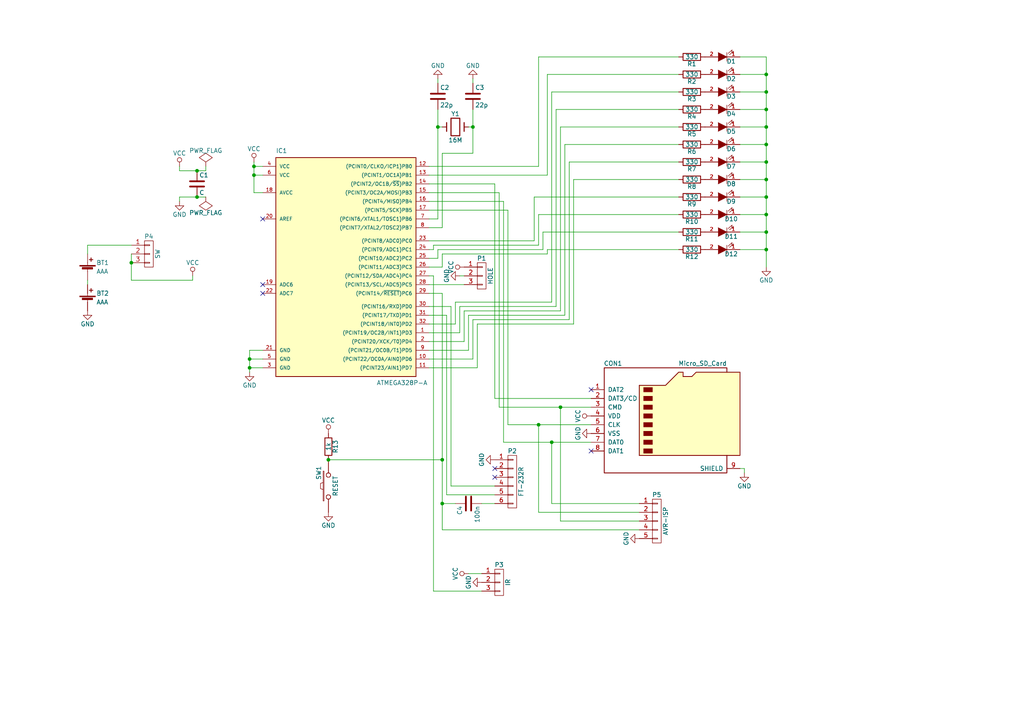
<source format=kicad_sch>
(kicad_sch (version 20230121) (generator eeschema)
  (paper "A4")
  (lib_symbols
    (symbol "verseWriter-rescue:ATMEGA328P-A" (pin_names (offset 1.016))
      (property "Reference" "IC" (at -19.05 31.75 0))
      (property "Value" "ATMEGA328P-A" (at 10.16 -35.56 0))
      (property "Footprint" "TQFP32" (at 0 0 0))
      (symbol "ATMEGA328P-A_0_1"
        (rectangle (start -19.05 30.48) (end 21.59 -33.02) (stroke (width 0.254)) (fill (type background)))
      )
      (symbol "ATMEGA328P-A_1_1"
        (pin bidirectional line (at 25.4 -20.32 180) (length 3.81) (name "(PCINT19/OC2B/INT1)PD3") (number "1"))
        (pin bidirectional line (at 25.4 -27.94 180) (length 3.81) (name "(PCINT22/OC0A/AIN0)PD6") (number "10"))
        (pin bidirectional line (at 25.4 -30.48 180) (length 3.81) (name "(PCINT23/AIN1)PD7") (number "11"))
        (pin bidirectional line (at 25.4 27.94 180) (length 3.81) (name "(PCINT0/CLKO/ICP1)PB0") (number "12"))
        (pin bidirectional line (at 25.4 25.4 180) (length 3.81) (name "(PCINT1/OC1A)PB1") (number "13"))
        (pin bidirectional line (at 25.4 22.86 180) (length 3.81) (name "(PCINT2/OC1B/~{SS})PB2") (number "14"))
        (pin bidirectional line (at 25.4 20.32 180) (length 3.81) (name "(PCINT3/OC2A/MOSI)PB3") (number "15"))
        (pin bidirectional line (at 25.4 17.78 180) (length 3.81) (name "(PCINT4/MISO)PB4") (number "16"))
        (pin bidirectional line (at 25.4 15.24 180) (length 3.81) (name "(PCINT5/SCK)PB5") (number "17"))
        (pin power_in line (at -22.86 20.32 0) (length 3.81) (name "AVCC") (number "18"))
        (pin input line (at -22.86 -6.35 0) (length 3.81) (name "ADC6") (number "19"))
        (pin bidirectional line (at 25.4 -22.86 180) (length 3.81) (name "(PCINT20/XCK/T0)PD4") (number "2"))
        (pin bidirectional line (at -22.86 12.7 0) (length 3.81) (name "AREF") (number "20"))
        (pin power_in line (at -22.86 -25.4 0) (length 3.81) (name "GND") (number "21"))
        (pin input line (at -22.86 -8.89 0) (length 3.81) (name "ADC7") (number "22"))
        (pin bidirectional line (at 25.4 6.35 180) (length 3.81) (name "(PCINT8/ADC0)PC0") (number "23"))
        (pin bidirectional line (at 25.4 3.81 180) (length 3.81) (name "(PCINT9/ADC1)PC1") (number "24"))
        (pin bidirectional line (at 25.4 1.27 180) (length 3.81) (name "(PCINT10/ADC2)PC2") (number "25"))
        (pin bidirectional line (at 25.4 -1.27 180) (length 3.81) (name "(PCINT11/ADC3)PC3") (number "26"))
        (pin bidirectional line (at 25.4 -3.81 180) (length 3.81) (name "(PCINT12/SDA/ADC4)PC4") (number "27"))
        (pin bidirectional line (at 25.4 -6.35 180) (length 3.81) (name "(PCINT13/SCL/ADC5)PC5") (number "28"))
        (pin bidirectional line (at 25.4 -8.89 180) (length 3.81) (name "(PCINT14/~{RESET})PC6") (number "29"))
        (pin power_in line (at -22.86 -30.48 0) (length 3.81) (name "GND") (number "3"))
        (pin bidirectional line (at 25.4 -12.7 180) (length 3.81) (name "(PCINT16/RXD)PD0") (number "30"))
        (pin bidirectional line (at 25.4 -15.24 180) (length 3.81) (name "(PCINT17/TXD)PD1") (number "31"))
        (pin bidirectional line (at 25.4 -17.78 180) (length 3.81) (name "(PCINT18/INT0)PD2") (number "32"))
        (pin power_in line (at -22.86 27.94 0) (length 3.81) (name "VCC") (number "4"))
        (pin power_in line (at -22.86 -27.94 0) (length 3.81) (name "GND") (number "5"))
        (pin power_in line (at -22.86 25.4 0) (length 3.81) (name "VCC") (number "6"))
        (pin bidirectional line (at 25.4 12.7 180) (length 3.81) (name "(PCINT6/XTAL1/TOSC1)PB6") (number "7"))
        (pin bidirectional line (at 25.4 10.16 180) (length 3.81) (name "(PCINT7/XTAL2/TOSC2)PB7") (number "8"))
        (pin bidirectional line (at 25.4 -25.4 180) (length 3.81) (name "(PCINT21/OC0B/T1)PD5") (number "9"))
      )
    )
    (symbol "verseWriter-rescue:Battery_Cell" (pin_numbers hide) (pin_names (offset 0) hide)
      (property "Reference" "BT" (at 2.54 2.54 0))
      (property "Value" "Battery_Cell" (at 2.54 0 0))
      (symbol "Battery_Cell_0_1"
        (rectangle (start -2.286 1.778) (end 2.286 1.524) (fill (type outline)))
        (rectangle (start -1.5748 1.1938) (end 1.4732 0.6858) (fill (type outline)))
        (polyline (pts (xy 0 0.762) (xy 0 0)))
        (polyline (pts (xy 0 1.778) (xy 0 2.54)))
        (polyline (pts (xy 0.508 3.429) (xy 1.524 3.429)) (stroke (width 0.254)))
        (polyline (pts (xy 1.016 3.937) (xy 1.016 2.921)) (stroke (width 0.254)))
      )
      (symbol "Battery_Cell_1_1"
        (pin passive line (at 0 5.08 270) (length 2.54) (name "+") (number "1"))
        (pin passive line (at 0 -2.54 90) (length 2.54) (name "-") (number "2"))
      )
    )
    (symbol "verseWriter-rescue:C" (pin_numbers hide) (pin_names (offset 0.254))
      (property "Reference" "C" (at 0.635 2.54 0))
      (property "Value" "C" (at 0.635 -2.54 0))
      (symbol "C_0_1"
        (polyline (pts (xy -2.032 -0.762) (xy 2.032 -0.762)) (stroke (width 0.508)))
        (polyline (pts (xy -2.032 0.762) (xy 2.032 0.762)) (stroke (width 0.508)))
      )
      (symbol "C_1_1"
        (pin passive line (at 0 3.81 270) (length 2.794) (name "~") (number "1"))
        (pin passive line (at 0 -3.81 90) (length 2.794) (name "~") (number "2"))
      )
    )
    (symbol "verseWriter-rescue:CONN_01X03" (pin_names (offset 1.016) hide)
      (property "Reference" "P" (at 0 5.08 0))
      (property "Value" "CONN_01X03" (at 2.54 0 90))
      (symbol "CONN_01X03_0_1"
        (rectangle (start -1.27 -2.413) (end 0.254 -2.667))
        (rectangle (start -1.27 0.127) (end 0.254 -0.127))
        (rectangle (start -1.27 2.667) (end 0.254 2.413))
        (rectangle (start -1.27 3.81) (end 1.27 -3.81))
      )
      (symbol "CONN_01X03_1_1"
        (pin passive line (at -5.08 2.54 0) (length 3.81) (name "P1") (number "1"))
        (pin passive line (at -5.08 0 0) (length 3.81) (name "P2") (number "2"))
        (pin passive line (at -5.08 -2.54 0) (length 3.81) (name "P3") (number "3"))
      )
    )
    (symbol "verseWriter-rescue:CONN_01X05" (pin_names (offset 1.016) hide)
      (property "Reference" "P" (at 0 7.62 0))
      (property "Value" "CONN_01X05" (at 2.54 0 90))
      (symbol "CONN_01X05_0_1"
        (rectangle (start -1.27 -4.953) (end 0.254 -5.207))
        (rectangle (start -1.27 -2.413) (end 0.254 -2.667))
        (rectangle (start -1.27 0.127) (end 0.254 -0.127))
        (rectangle (start -1.27 2.667) (end 0.254 2.413))
        (rectangle (start -1.27 5.207) (end 0.254 4.953))
        (rectangle (start -1.27 6.35) (end 1.27 -6.35))
      )
      (symbol "CONN_01X05_1_1"
        (pin passive line (at -5.08 5.08 0) (length 3.81) (name "P1") (number "1"))
        (pin passive line (at -5.08 2.54 0) (length 3.81) (name "P2") (number "2"))
        (pin passive line (at -5.08 0 0) (length 3.81) (name "P3") (number "3"))
        (pin passive line (at -5.08 -2.54 0) (length 3.81) (name "P4") (number "4"))
        (pin passive line (at -5.08 -5.08 0) (length 3.81) (name "P5") (number "5"))
      )
    )
    (symbol "verseWriter-rescue:CONN_01X06" (pin_names (offset 1.016) hide)
      (property "Reference" "P" (at 0 8.89 0))
      (property "Value" "CONN_01X06" (at 2.54 0 90))
      (symbol "CONN_01X06_0_1"
        (rectangle (start -1.27 -6.223) (end 0.254 -6.477))
        (rectangle (start -1.27 -3.683) (end 0.254 -3.937))
        (rectangle (start -1.27 -1.143) (end 0.254 -1.397))
        (rectangle (start -1.27 1.397) (end 0.254 1.143))
        (rectangle (start -1.27 3.937) (end 0.254 3.683))
        (rectangle (start -1.27 6.477) (end 0.254 6.223))
        (rectangle (start -1.27 7.62) (end 1.27 -7.62))
      )
      (symbol "CONN_01X06_1_1"
        (pin passive line (at -5.08 6.35 0) (length 3.81) (name "P1") (number "1"))
        (pin passive line (at -5.08 3.81 0) (length 3.81) (name "P2") (number "2"))
        (pin passive line (at -5.08 1.27 0) (length 3.81) (name "P3") (number "3"))
        (pin passive line (at -5.08 -1.27 0) (length 3.81) (name "P4") (number "4"))
        (pin passive line (at -5.08 -3.81 0) (length 3.81) (name "P5") (number "5"))
        (pin passive line (at -5.08 -6.35 0) (length 3.81) (name "P6") (number "6"))
      )
    )
    (symbol "verseWriter-rescue:Crystal" (pin_numbers hide) (pin_names (offset 1.016) hide)
      (property "Reference" "Y" (at 0 3.81 0))
      (property "Value" "Crystal" (at 0 -3.81 0))
      (symbol "Crystal_0_1"
        (rectangle (start -1.27 2.54) (end 1.27 -2.54) (stroke (width 0.3048)))
        (polyline (pts (xy -2.54 -1.27) (xy -2.54 1.27)) (stroke (width 0.3048)))
        (polyline (pts (xy 2.54 -1.27) (xy 2.54 1.27)) (stroke (width 0.3048)))
      )
      (symbol "Crystal_1_1"
        (pin passive line (at -3.81 0 0) (length 1.27) (name "1") (number "1"))
        (pin passive line (at 3.81 0 180) (length 1.27) (name "2") (number "2"))
      )
    )
    (symbol "verseWriter-rescue:GND" (power) (pin_names (offset 0))
      (property "Value" "GND" (at 0 -3.81 0))
      (symbol "GND_0_1"
        (polyline (pts (xy 0 0) (xy 0 -1.27) (xy 1.27 -1.27) (xy 0 -2.54) (xy -1.27 -1.27) (xy 0 -1.27)))
      )
      (symbol "GND_1_1"
        (pin power_in line (at 0 0 270) (length 0) hide (name "GND") (number "1"))
      )
    )
    (symbol "verseWriter-rescue:LED-RESCUE-verseWriter" (pin_names (offset 1.016) hide)
      (property "Reference" "D" (at 0 2.54 0))
      (property "Value" "LED-RESCUE-verseWriter" (at 0 -2.54 0))
      (symbol "LED-RESCUE-verseWriter_0_1"
        (polyline (pts (xy -1.27 1.27) (xy -1.27 -1.27)))
        (polyline (pts (xy -2.032 -0.635) (xy -3.175 -1.651) (xy -3.048 -1.016)))
        (polyline (pts (xy -1.651 -1.016) (xy -2.794 -2.032) (xy -2.667 -1.397)))
        (polyline (pts (xy 1.27 1.27) (xy -1.27 0) (xy 1.27 -1.27)) (fill (type outline)))
      )
      (symbol "LED-RESCUE-verseWriter_1_1"
        (pin passive line (at -5.08 0 0) (length 3.81) (name "K") (number "1"))
        (pin passive line (at 5.08 0 180) (length 3.81) (name "A") (number "2"))
      )
    )
    (symbol "verseWriter-rescue:Micro_SD_Card" (pin_names (offset 1.016))
      (property "Reference" "CON" (at -16.51 15.24 0))
      (property "Value" "Micro_SD_Card" (at 16.51 15.24 0))
      (symbol "Micro_SD_Card_0_1"
        (rectangle (start -7.62 -9.525) (end -5.08 -10.795) (fill (type outline)))
        (rectangle (start -7.62 -6.985) (end -5.08 -8.255) (fill (type outline)))
        (rectangle (start -7.62 -4.445) (end -5.08 -5.715) (fill (type outline)))
        (rectangle (start -7.62 -1.905) (end -5.08 -3.175) (fill (type outline)))
        (rectangle (start -7.62 0.635) (end -5.08 -0.635) (fill (type outline)))
        (rectangle (start -7.62 3.175) (end -5.08 1.905) (fill (type outline)))
        (rectangle (start -7.62 5.715) (end -5.08 4.445) (fill (type outline)))
        (rectangle (start -7.62 8.255) (end -5.08 6.985) (fill (type outline)))
        (polyline (pts (xy 16.51 12.7) (xy 16.51 13.97) (xy -19.05 13.97) (xy -19.05 -16.51) (xy 16.51 -16.51) (xy 16.51 -11.43)) (stroke (width 0.254)))
        (polyline (pts (xy -8.89 -11.43) (xy -8.89 8.89) (xy -1.27 8.89) (xy 2.54 12.7) (xy 3.81 12.7) (xy 3.81 11.43) (xy 6.35 11.43) (xy 7.62 12.7) (xy 20.32 12.7) (xy 20.32 -11.43) (xy -8.89 -11.43)) (stroke (width 0.254)) (fill (type background)))
      )
      (symbol "Micro_SD_Card_1_1"
        (pin bidirectional line (at -22.86 7.62 0) (length 3.81) (name "DAT2") (number "1"))
        (pin bidirectional line (at -22.86 5.08 0) (length 3.81) (name "DAT3/CD") (number "2"))
        (pin input line (at -22.86 2.54 0) (length 3.81) (name "CMD") (number "3"))
        (pin power_in line (at -22.86 0 0) (length 3.81) (name "VDD") (number "4"))
        (pin input line (at -22.86 -2.54 0) (length 3.81) (name "CLK") (number "5"))
        (pin power_in line (at -22.86 -5.08 0) (length 3.81) (name "VSS") (number "6"))
        (pin input line (at -22.86 -7.62 0) (length 3.81) (name "DAT0") (number "7"))
        (pin input line (at -22.86 -10.16 0) (length 3.81) (name "DAT1") (number "8"))
        (pin passive line (at 20.32 -15.24 180) (length 3.81) (name "SHIELD") (number "9"))
      )
    )
    (symbol "verseWriter-rescue:PWR_FLAG" (power) (pin_numbers hide) (pin_names (offset 0) hide)
      (property "Value" "PWR_FLAG" (at 0 4.572 0))
      (symbol "PWR_FLAG_0_0"
        (pin power_out line (at 0 0 90) (length 0) (name "pwr") (number "1"))
      )
      (symbol "PWR_FLAG_0_1"
        (polyline (pts (xy 0 0) (xy 0 1.27) (xy -1.905 2.54) (xy 0 3.81) (xy 1.905 2.54) (xy 0 1.27)))
      )
    )
    (symbol "verseWriter-rescue:R" (pin_numbers hide) (pin_names (offset 0))
      (property "Reference" "R" (at 2.032 0 90))
      (property "Value" "R" (at 0 0 90))
      (symbol "R_0_1"
        (rectangle (start -1.016 -2.54) (end 1.016 2.54) (stroke (width 0.254)))
      )
      (symbol "R_1_1"
        (pin passive line (at 0 3.81 270) (length 1.27) (name "~") (number "1"))
        (pin passive line (at 0 -3.81 90) (length 1.27) (name "~") (number "2"))
      )
    )
    (symbol "verseWriter-rescue:SW_PUSH" (pin_numbers hide) (pin_names (offset 1.016) hide)
      (property "Reference" "SW" (at 3.81 2.794 0))
      (property "Value" "SW_PUSH" (at 0 -2.032 0))
      (symbol "SW_PUSH_0_1"
        (rectangle (start -4.318 1.27) (end 4.318 1.524))
        (polyline (pts (xy -1.016 1.524) (xy -0.762 2.286) (xy 0.762 2.286) (xy 1.016 1.524)))
        (pin passive inverted (at -7.62 0 0) (length 5.08) (name "1") (number "1"))
        (pin passive inverted (at 7.62 0 180) (length 5.08) (name "2") (number "2"))
      )
    )
    (symbol "verseWriter-rescue:VCC" (power) (pin_names (offset 0))
      (property "Value" "VCC" (at 0 3.81 0))
      (symbol "VCC_0_1"
        (polyline (pts (xy 0 0) (xy 0 1.27)))
        (circle (center 0 1.905) (radius 0.635))
      )
      (symbol "VCC_1_1"
        (pin power_in line (at 0 0 90) (length 0) hide (name "VCC") (number "1"))
      )
    )
  )
  (junction (at 73.66 50.8))
  (junction (at 73.66 48.26))
  (junction (at 222.25 72.39))
  (junction (at 72.39 104.14))
  (junction (at 222.25 26.67))
  (junction (at 222.25 21.59))
  (junction (at 38.1 76.2))
  (junction (at 222.25 52.07))
  (junction (at 222.25 46.99))
  (junction (at 222.25 57.15))
  (junction (at 160.02 128.27))
  (junction (at 222.25 36.83))
  (junction (at 162.56 118.11))
  (junction (at 128.27 133.35))
  (junction (at 57.15 57.15))
  (junction (at 222.25 62.23))
  (junction (at 72.39 106.68))
  (junction (at 95.25 133.35))
  (junction (at 222.25 41.91))
  (junction (at 156.21 123.19))
  (junction (at 137.16 36.83))
  (junction (at 57.15 49.53))
  (junction (at 127 36.83))
  (junction (at 222.25 31.75))
  (junction (at 128.27 146.05))
  (junction (at 222.25 67.31))
  (no_connect (at 143.51 135.89))
  (no_connect (at 143.51 138.43))
  (no_connect (at 76.2 85.09))
  (no_connect (at 76.2 82.55))
  (no_connect (at 171.45 130.81))
  (no_connect (at 76.2 63.5))
  (no_connect (at 171.45 113.03))
  (wire (pts (xy 222.25 72.39) (xy 214.63 72.39)))
  (wire (pts (xy 196.85 62.23) (xy 156.21 62.23)))
  (wire (pts (xy 139.7 166.37) (xy 135.89 166.37)))
  (wire (pts (xy 160.02 128.27) (xy 160.02 146.05)))
  (wire (pts (xy 128.27 73.66) (xy 158.75 73.66)))
  (wire (pts (xy 165.1 46.99) (xy 165.1 92.71)))
  (wire (pts (xy 127 63.5) (xy 124.46 63.5)))
  (wire (pts (xy 222.25 41.91) (xy 222.25 46.99)))
  (wire (pts (xy 156.21 16.51) (xy 156.21 48.26)))
  (wire (pts (xy 143.51 53.34) (xy 143.51 115.57)))
  (wire (pts (xy 160.02 128.27) (xy 171.45 128.27)))
  (wire (pts (xy 158.75 72.39) (xy 158.75 73.66)))
  (wire (pts (xy 38.1 71.12) (xy 25.4 71.12)))
  (wire (pts (xy 138.43 93.98) (xy 138.43 106.68)))
  (wire (pts (xy 137.16 36.83) (xy 137.16 31.75)))
  (wire (pts (xy 57.15 57.15) (xy 59.69 57.15)))
  (wire (pts (xy 130.81 88.9) (xy 124.46 88.9)))
  (wire (pts (xy 127 24.13) (xy 127 22.86)))
  (wire (pts (xy 156.21 62.23) (xy 156.21 71.12)))
  (wire (pts (xy 157.48 67.31) (xy 196.85 67.31)))
  (wire (pts (xy 222.25 36.83) (xy 222.25 41.91)))
  (wire (pts (xy 133.35 88.9) (xy 133.35 96.52)))
  (wire (pts (xy 125.73 71.12) (xy 125.73 72.39)))
  (wire (pts (xy 128.27 85.09) (xy 128.27 133.35)))
  (wire (pts (xy 144.78 118.11) (xy 162.56 118.11)))
  (wire (pts (xy 156.21 48.26) (xy 124.46 48.26)))
  (wire (pts (xy 165.1 46.99) (xy 196.85 46.99)))
  (wire (pts (xy 143.51 115.57) (xy 171.45 115.57)))
  (wire (pts (xy 76.2 50.8) (xy 73.66 50.8)))
  (wire (pts (xy 38.1 73.66) (xy 38.1 76.2)))
  (wire (pts (xy 222.25 62.23) (xy 222.25 67.31)))
  (wire (pts (xy 156.21 123.19) (xy 171.45 123.19)))
  (wire (pts (xy 137.16 92.71) (xy 137.16 104.14)))
  (wire (pts (xy 134.62 90.17) (xy 134.62 99.06)))
  (wire (pts (xy 129.54 91.44) (xy 129.54 143.51)))
  (wire (pts (xy 72.39 106.68) (xy 72.39 107.95)))
  (wire (pts (xy 222.25 52.07) (xy 214.63 52.07)))
  (wire (pts (xy 55.88 81.28) (xy 55.88 80.01)))
  (wire (pts (xy 160.02 146.05) (xy 185.42 146.05)))
  (wire (pts (xy 38.1 76.2) (xy 38.1 81.28)))
  (wire (pts (xy 59.69 49.53) (xy 59.69 48.26)))
  (wire (pts (xy 128.27 44.45) (xy 137.16 44.45)))
  (wire (pts (xy 214.63 135.89) (xy 215.9 135.89)))
  (wire (pts (xy 73.66 50.8) (xy 73.66 55.88)))
  (wire (pts (xy 76.2 104.14) (xy 72.39 104.14)))
  (wire (pts (xy 135.89 101.6) (xy 124.46 101.6)))
  (wire (pts (xy 127 74.93) (xy 127 72.39)))
  (wire (pts (xy 137.16 104.14) (xy 124.46 104.14)))
  (wire (pts (xy 160.02 87.63) (xy 160.02 26.67)))
  (wire (pts (xy 25.4 71.12) (xy 25.4 73.66)))
  (wire (pts (xy 147.32 60.96) (xy 147.32 123.19)))
  (wire (pts (xy 124.46 82.55) (xy 134.62 82.55)))
  (wire (pts (xy 124.46 77.47) (xy 128.27 77.47)))
  (wire (pts (xy 154.94 69.85) (xy 124.46 69.85)))
  (wire (pts (xy 72.39 101.6) (xy 76.2 101.6)))
  (wire (pts (xy 124.46 91.44) (xy 129.54 91.44)))
  (wire (pts (xy 156.21 123.19) (xy 156.21 148.59)))
  (wire (pts (xy 128.27 77.47) (xy 128.27 73.66)))
  (wire (pts (xy 124.46 60.96) (xy 147.32 60.96)))
  (wire (pts (xy 135.89 91.44) (xy 135.89 101.6)))
  (wire (pts (xy 125.73 72.39) (xy 124.46 72.39)))
  (wire (pts (xy 147.32 123.19) (xy 156.21 123.19)))
  (wire (pts (xy 128.27 36.83) (xy 127 36.83)))
  (wire (pts (xy 130.81 140.97) (xy 143.51 140.97)))
  (wire (pts (xy 215.9 135.89) (xy 215.9 137.16)))
  (wire (pts (xy 160.02 26.67) (xy 196.85 26.67)))
  (wire (pts (xy 127 36.83) (xy 127 63.5)))
  (wire (pts (xy 162.56 118.11) (xy 162.56 151.13)))
  (wire (pts (xy 163.83 91.44) (xy 135.89 91.44)))
  (wire (pts (xy 125.73 71.12) (xy 156.21 71.12)))
  (wire (pts (xy 137.16 36.83) (xy 135.89 36.83)))
  (wire (pts (xy 95.25 133.35) (xy 128.27 133.35)))
  (wire (pts (xy 132.08 87.63) (xy 160.02 87.63)))
  (wire (pts (xy 52.07 57.15) (xy 52.07 58.42)))
  (wire (pts (xy 146.05 128.27) (xy 160.02 128.27)))
  (wire (pts (xy 124.46 93.98) (xy 132.08 93.98)))
  (wire (pts (xy 137.16 22.86) (xy 137.16 24.13)))
  (wire (pts (xy 143.51 146.05) (xy 139.7 146.05)))
  (wire (pts (xy 133.35 80.01) (xy 134.62 80.01)))
  (wire (pts (xy 128.27 153.67) (xy 185.42 153.67)))
  (wire (pts (xy 137.16 44.45) (xy 137.16 36.83)))
  (wire (pts (xy 38.1 81.28) (xy 55.88 81.28)))
  (wire (pts (xy 138.43 106.68) (xy 124.46 106.68)))
  (wire (pts (xy 132.08 93.98) (xy 132.08 87.63)))
  (wire (pts (xy 222.25 52.07) (xy 222.25 57.15)))
  (wire (pts (xy 163.83 41.91) (xy 163.83 91.44)))
  (wire (pts (xy 52.07 49.53) (xy 52.07 48.26)))
  (wire (pts (xy 124.46 85.09) (xy 128.27 85.09)))
  (wire (pts (xy 133.35 96.52) (xy 124.46 96.52)))
  (wire (pts (xy 73.66 46.99) (xy 73.66 48.26)))
  (wire (pts (xy 222.25 57.15) (xy 214.63 57.15)))
  (wire (pts (xy 73.66 48.26) (xy 73.66 50.8)))
  (wire (pts (xy 222.25 21.59) (xy 222.25 26.67)))
  (wire (pts (xy 222.25 62.23) (xy 214.63 62.23)))
  (wire (pts (xy 25.4 82.55) (xy 25.4 81.28)))
  (wire (pts (xy 73.66 48.26) (xy 76.2 48.26)))
  (wire (pts (xy 127 72.39) (xy 157.48 72.39)))
  (wire (pts (xy 222.25 72.39) (xy 222.25 77.47)))
  (wire (pts (xy 125.73 80.01) (xy 124.46 80.01)))
  (wire (pts (xy 154.94 57.15) (xy 196.85 57.15)))
  (wire (pts (xy 144.78 55.88) (xy 124.46 55.88)))
  (wire (pts (xy 166.37 52.07) (xy 166.37 93.98)))
  (wire (pts (xy 166.37 93.98) (xy 138.43 93.98)))
  (wire (pts (xy 166.37 52.07) (xy 196.85 52.07)))
  (wire (pts (xy 222.25 26.67) (xy 222.25 31.75)))
  (wire (pts (xy 222.25 46.99) (xy 222.25 52.07)))
  (wire (pts (xy 222.25 67.31) (xy 214.63 67.31)))
  (wire (pts (xy 128.27 146.05) (xy 128.27 153.67)))
  (wire (pts (xy 222.25 31.75) (xy 214.63 31.75)))
  (wire (pts (xy 161.29 88.9) (xy 161.29 31.75)))
  (wire (pts (xy 222.25 16.51) (xy 222.25 21.59)))
  (wire (pts (xy 57.15 49.53) (xy 59.69 49.53)))
  (wire (pts (xy 158.75 50.8) (xy 158.75 21.59)))
  (wire (pts (xy 165.1 92.71) (xy 137.16 92.71)))
  (wire (pts (xy 124.46 74.93) (xy 127 74.93)))
  (wire (pts (xy 196.85 36.83) (xy 162.56 36.83)))
  (wire (pts (xy 52.07 49.53) (xy 57.15 49.53)))
  (wire (pts (xy 72.39 106.68) (xy 76.2 106.68)))
  (wire (pts (xy 222.25 57.15) (xy 222.25 62.23)))
  (wire (pts (xy 129.54 143.51) (xy 143.51 143.51)))
  (wire (pts (xy 196.85 16.51) (xy 156.21 16.51)))
  (wire (pts (xy 128.27 133.35) (xy 128.27 146.05)))
  (wire (pts (xy 161.29 31.75) (xy 196.85 31.75)))
  (wire (pts (xy 143.51 53.34) (xy 124.46 53.34)))
  (wire (pts (xy 130.81 88.9) (xy 130.81 140.97)))
  (wire (pts (xy 133.35 88.9) (xy 161.29 88.9)))
  (wire (pts (xy 72.39 101.6) (xy 72.39 104.14)))
  (wire (pts (xy 222.25 26.67) (xy 214.63 26.67)))
  (wire (pts (xy 127 31.75) (xy 127 36.83)))
  (wire (pts (xy 73.66 55.88) (xy 76.2 55.88)))
  (wire (pts (xy 222.25 41.91) (xy 214.63 41.91)))
  (wire (pts (xy 222.25 67.31) (xy 222.25 72.39)))
  (wire (pts (xy 125.73 171.45) (xy 139.7 171.45)))
  (wire (pts (xy 214.63 21.59) (xy 222.25 21.59)))
  (wire (pts (xy 162.56 90.17) (xy 134.62 90.17)))
  (wire (pts (xy 146.05 58.42) (xy 146.05 128.27)))
  (wire (pts (xy 124.46 58.42) (xy 146.05 58.42)))
  (wire (pts (xy 156.21 148.59) (xy 185.42 148.59)))
  (wire (pts (xy 162.56 36.83) (xy 162.56 90.17)))
  (wire (pts (xy 162.56 118.11) (xy 171.45 118.11)))
  (wire (pts (xy 222.25 36.83) (xy 214.63 36.83)))
  (wire (pts (xy 124.46 66.04) (xy 128.27 66.04)))
  (wire (pts (xy 128.27 66.04) (xy 128.27 44.45)))
  (wire (pts (xy 144.78 55.88) (xy 144.78 118.11)))
  (wire (pts (xy 222.25 31.75) (xy 222.25 36.83)))
  (wire (pts (xy 158.75 21.59) (xy 196.85 21.59)))
  (wire (pts (xy 134.62 99.06) (xy 124.46 99.06)))
  (wire (pts (xy 125.73 80.01) (xy 125.73 171.45)))
  (wire (pts (xy 128.27 146.05) (xy 132.08 146.05)))
  (wire (pts (xy 196.85 72.39) (xy 158.75 72.39)))
  (wire (pts (xy 196.85 41.91) (xy 163.83 41.91)))
  (wire (pts (xy 52.07 57.15) (xy 57.15 57.15)))
  (wire (pts (xy 157.48 72.39) (xy 157.48 67.31)))
  (wire (pts (xy 214.63 16.51) (xy 222.25 16.51)))
  (wire (pts (xy 162.56 151.13) (xy 185.42 151.13)))
  (wire (pts (xy 222.25 46.99) (xy 214.63 46.99)))
  (wire (pts (xy 124.46 50.8) (xy 158.75 50.8)))
  (wire (pts (xy 154.94 57.15) (xy 154.94 69.85)))
  (wire (pts (xy 72.39 104.14) (xy 72.39 106.68)))
  (symbol (lib_id "verseWriter-rescue:LED-RESCUE-verseWriter") (at 209.55 16.51 180) (unit 1)
    (property "Reference" "D1" (at 212.09 17.78 0))
    (property "Value" "LED" (effects hide))
    (property "Footprint" "LEDs:LED_0805" (effects hide))
  )
  (symbol (lib_id "verseWriter-rescue:R") (at 200.66 16.51 270) (unit 1)
    (property "Reference" "R1" (at 200.66 18.542 90))
    (property "Value" "330" (at 200.66 16.51 90))
    (property "Footprint" "Resistors_SMD:R_0805" (effects hide))
  )
  (symbol (lib_id "verseWriter-rescue:R") (at 95.25 129.54 0) (unit 1)
    (property "Reference" "R13" (at 97.282 129.54 90))
    (property "Value" "1k" (at 95.25 129.54 90))
    (property "Footprint" "Resistors_SMD:R_0805" (effects hide))
  )
  (symbol (lib_id "verseWriter-rescue:SW_PUSH") (at 95.25 140.97 90) (unit 1)
    (property "Reference" "SW1" (at 92.456 137.16 0))
    (property "Value" "RESET" (at 97.282 140.97 0))
    (property "Footprint" "Buttons_Switches_SMD:SW_SPST_KMR2" (effects hide))
  )
  (symbol (lib_id "verseWriter-rescue:VCC") (at 95.25 125.73 0) (unit 1)
    (property "Reference" "#PWR01" (effects hide))
    (property "Value" "VCC" (at 95.25 121.92 0))
  )
  (symbol (lib_id "verseWriter-rescue:GND") (at 95.25 148.59 0) (unit 1)
    (property "Reference" "#PWR02" (effects hide))
    (property "Value" "GND" (at 95.25 152.4 0))
  )
  (symbol (lib_id "verseWriter-rescue:GND") (at 72.39 107.95 0) (unit 1)
    (property "Reference" "#PWR03" (effects hide))
    (property "Value" "GND" (at 72.39 111.76 0))
  )
  (symbol (lib_id "verseWriter-rescue:VCC") (at 73.66 46.99 0) (unit 1)
    (property "Reference" "#PWR04" (effects hide))
    (property "Value" "VCC" (at 73.66 43.18 0))
  )
  (symbol (lib_id "verseWriter-rescue:VCC") (at 171.45 120.65 90) (unit 1)
    (property "Reference" "#PWR05" (effects hide))
    (property "Value" "VCC" (at 167.64 120.65 0))
  )
  (symbol (lib_id "verseWriter-rescue:GND") (at 171.45 125.73 270) (unit 1)
    (property "Reference" "#PWR06" (effects hide))
    (property "Value" "GND" (at 167.64 125.73 0))
  )
  (symbol (lib_id "verseWriter-rescue:GND") (at 133.35 80.01 270) (unit 1)
    (property "Reference" "#PWR09" (effects hide))
    (property "Value" "GND" (at 129.54 80.01 0))
  )
  (symbol (lib_id "verseWriter-rescue:GND") (at 143.51 133.35 270) (unit 1)
    (property "Reference" "#PWR010" (effects hide))
    (property "Value" "GND" (at 139.7 133.35 0))
  )
  (symbol (lib_id "verseWriter-rescue:VCC") (at 52.07 48.26 0) (unit 1)
    (property "Reference" "#PWR011" (effects hide))
    (property "Value" "VCC" (at 52.07 44.45 0))
  )
  (symbol (lib_id "verseWriter-rescue:GND") (at 52.07 58.42 0) (unit 1)
    (property "Reference" "#PWR012" (effects hide))
    (property "Value" "GND" (at 52.07 62.23 0))
  )
  (symbol (lib_id "verseWriter-rescue:PWR_FLAG") (at 59.69 48.26 0) (unit 1)
    (property "Reference" "#FLG013" (effects hide))
    (property "Value" "PWR_FLAG" (at 59.69 43.688 0))
  )
  (symbol (lib_id "verseWriter-rescue:PWR_FLAG") (at 59.69 57.15 180) (unit 1)
    (property "Reference" "#FLG014" (effects hide))
    (property "Value" "PWR_FLAG" (at 59.69 61.722 0))
  )
  (symbol (lib_id "verseWriter-rescue:C") (at 57.15 53.34 0) (unit 1)
    (property "Reference" "C1" (at 57.785 50.8 0) (effects (justify left)))
    (property "Value" "C" (at 57.785 55.88 0) (effects (justify left)))
    (property "Footprint" "Capacitors_SMD:C_0603" (effects hide))
  )
  (symbol (lib_id "verseWriter-rescue:Crystal") (at 132.08 36.83 0) (unit 1)
    (property "Reference" "Y1" (at 132.08 33.02 0))
    (property "Value" "16M" (at 132.08 40.64 0))
    (property "Footprint" "Crystals:Crystal_HC18-U_Vertical" (effects hide))
  )
  (symbol (lib_id "verseWriter-rescue:C") (at 127 27.94 0) (unit 1)
    (property "Reference" "C2" (at 127.635 25.4 0) (effects (justify left)))
    (property "Value" "22p" (at 127.635 30.48 0) (effects (justify left)))
    (property "Footprint" "Capacitors_SMD:C_0603" (effects hide))
  )
  (symbol (lib_id "verseWriter-rescue:C") (at 137.16 27.94 0) (unit 1)
    (property "Reference" "C3" (at 137.795 25.4 0) (effects (justify left)))
    (property "Value" "22p" (at 137.795 30.48 0) (effects (justify left)))
    (property "Footprint" "Capacitors_SMD:C_0603" (effects hide))
  )
  (symbol (lib_id "verseWriter-rescue:GND") (at 127 22.86 180) (unit 1)
    (property "Reference" "#PWR07" (effects hide))
    (property "Value" "GND" (at 127 19.05 0))
  )
  (symbol (lib_id "verseWriter-rescue:GND") (at 137.16 22.86 180) (unit 1)
    (property "Reference" "#PWR08" (effects hide))
    (property "Value" "GND" (at 137.16 19.05 0))
  )
  (symbol (lib_id "verseWriter-rescue:LED-RESCUE-verseWriter") (at 209.55 21.59 180) (unit 1)
    (property "Reference" "D2" (at 212.09 22.86 0))
    (property "Value" "LED" (effects hide))
    (property "Footprint" "LEDs:LED_0805" (effects hide))
  )
  (symbol (lib_id "verseWriter-rescue:R") (at 200.66 21.59 270) (unit 1)
    (property "Reference" "R2" (at 200.66 23.622 90))
    (property "Value" "330" (at 200.66 21.59 90))
    (property "Footprint" "Resistors_SMD:R_0805" (effects hide))
  )
  (symbol (lib_id "verseWriter-rescue:LED-RESCUE-verseWriter") (at 209.55 26.67 180) (unit 1)
    (property "Reference" "D3" (at 212.09 27.94 0))
    (property "Value" "LED" (effects hide))
    (property "Footprint" "LEDs:LED_0805" (effects hide))
  )
  (symbol (lib_id "verseWriter-rescue:R") (at 200.66 26.67 270) (unit 1)
    (property "Reference" "R3" (at 200.66 28.702 90))
    (property "Value" "330" (at 200.66 26.67 90))
    (property "Footprint" "Resistors_SMD:R_0805" (effects hide))
  )
  (symbol (lib_id "verseWriter-rescue:LED-RESCUE-verseWriter") (at 209.55 31.75 180) (unit 1)
    (property "Reference" "D4" (at 212.09 33.02 0))
    (property "Value" "LED" (effects hide))
    (property "Footprint" "LEDs:LED_0805" (effects hide))
  )
  (symbol (lib_id "verseWriter-rescue:R") (at 200.66 31.75 270) (unit 1)
    (property "Reference" "R4" (at 200.66 33.782 90))
    (property "Value" "330" (at 200.66 31.75 90))
    (property "Footprint" "Resistors_SMD:R_0805" (effects hide))
  )
  (symbol (lib_id "verseWriter-rescue:LED-RESCUE-verseWriter") (at 209.55 36.83 180) (unit 1)
    (property "Reference" "D5" (at 212.09 38.1 0))
    (property "Value" "LED" (effects hide))
    (property "Footprint" "LEDs:LED_0805" (effects hide))
  )
  (symbol (lib_id "verseWriter-rescue:R") (at 200.66 36.83 270) (unit 1)
    (property "Reference" "R5" (at 200.66 38.862 90))
    (property "Value" "330" (at 200.66 36.83 90))
    (property "Footprint" "Resistors_SMD:R_0805" (effects hide))
  )
  (symbol (lib_id "verseWriter-rescue:LED-RESCUE-verseWriter") (at 209.55 41.91 180) (unit 1)
    (property "Reference" "D6" (at 212.09 43.18 0))
    (property "Value" "LED" (effects hide))
    (property "Footprint" "LEDs:LED_0805" (effects hide))
  )
  (symbol (lib_id "verseWriter-rescue:R") (at 200.66 41.91 270) (unit 1)
    (property "Reference" "R6" (at 200.66 43.942 90))
    (property "Value" "330" (at 200.66 41.91 90))
    (property "Footprint" "Resistors_SMD:R_0805" (effects hide))
  )
  (symbol (lib_id "verseWriter-rescue:LED-RESCUE-verseWriter") (at 209.55 46.99 180) (unit 1)
    (property "Reference" "D7" (at 212.09 48.26 0))
    (property "Value" "LED" (effects hide))
    (property "Footprint" "LEDs:LED_0805" (effects hide))
  )
  (symbol (lib_id "verseWriter-rescue:R") (at 200.66 46.99 270) (unit 1)
    (property "Reference" "R7" (at 200.66 49.022 90))
    (property "Value" "330" (at 200.66 46.99 90))
    (property "Footprint" "Resistors_SMD:R_0805" (effects hide))
  )
  (symbol (lib_id "verseWriter-rescue:LED-RESCUE-verseWriter") (at 209.55 52.07 180) (unit 1)
    (property "Reference" "D8" (at 212.09 53.34 0))
    (property "Value" "LED" (effects hide))
    (property "Footprint" "LEDs:LED_0805" (effects hide))
  )
  (symbol (lib_id "verseWriter-rescue:R") (at 200.66 52.07 270) (unit 1)
    (property "Reference" "R8" (at 200.66 54.102 90))
    (property "Value" "330" (at 200.66 52.07 90))
    (property "Footprint" "Resistors_SMD:R_0805" (effects hide))
  )
  (symbol (lib_id "verseWriter-rescue:LED-RESCUE-verseWriter") (at 209.55 57.15 180) (unit 1)
    (property "Reference" "D9" (at 212.09 58.42 0))
    (property "Value" "LED" (effects hide))
    (property "Footprint" "LEDs:LED_0805" (effects hide))
  )
  (symbol (lib_id "verseWriter-rescue:R") (at 200.66 57.15 270) (unit 1)
    (property "Reference" "R9" (at 200.66 59.182 90))
    (property "Value" "330" (at 200.66 57.15 90))
    (property "Footprint" "Resistors_SMD:R_0805" (effects hide))
  )
  (symbol (lib_id "verseWriter-rescue:LED-RESCUE-verseWriter") (at 209.55 62.23 180) (unit 1)
    (property "Reference" "D10" (at 212.09 63.5 0))
    (property "Value" "LED" (effects hide))
    (property "Footprint" "LEDs:LED_0805" (effects hide))
  )
  (symbol (lib_id "verseWriter-rescue:R") (at 200.66 62.23 270) (unit 1)
    (property "Reference" "R10" (at 200.66 64.262 90))
    (property "Value" "330" (at 200.66 62.23 90))
    (property "Footprint" "Resistors_SMD:R_0805" (effects hide))
  )
  (symbol (lib_id "verseWriter-rescue:LED-RESCUE-verseWriter") (at 209.55 67.31 180) (unit 1)
    (property "Reference" "D11" (at 212.09 68.58 0))
    (property "Value" "LED" (effects hide))
    (property "Footprint" "LEDs:LED_0805" (effects hide))
  )
  (symbol (lib_id "verseWriter-rescue:R") (at 200.66 67.31 270) (unit 1)
    (property "Reference" "R11" (at 200.66 69.342 90))
    (property "Value" "330" (at 200.66 67.31 90))
    (property "Footprint" "Resistors_SMD:R_0805" (effects hide))
  )
  (symbol (lib_id "verseWriter-rescue:LED-RESCUE-verseWriter") (at 209.55 72.39 180) (unit 1)
    (property "Reference" "D12" (at 212.09 73.66 0))
    (property "Value" "LED" (effects hide))
    (property "Footprint" "LEDs:LED_0805" (effects hide))
  )
  (symbol (lib_id "verseWriter-rescue:R") (at 200.66 72.39 270) (unit 1)
    (property "Reference" "R12" (at 200.66 74.422 90))
    (property "Value" "330" (at 200.66 72.39 90))
    (property "Footprint" "Resistors_SMD:R_0805" (effects hide))
  )
  (symbol (lib_id "verseWriter-rescue:GND") (at 222.25 77.47 0) (unit 1)
    (property "Reference" "#PWR015" (effects hide))
    (property "Value" "GND" (at 222.25 81.28 0))
  )
  (symbol (lib_id "verseWriter-rescue:Battery_Cell") (at 25.4 87.63 0) (unit 1)
    (property "Reference" "BT2" (at 27.94 85.09 0) (effects (justify left)))
    (property "Value" "AAA" (at 27.94 87.63 0) (effects (justify left)))
    (property "Footprint" ".pretty:AAA" (effects hide))
  )
  (symbol (lib_id "verseWriter-rescue:Battery_Cell") (at 25.4 78.74 0) (unit 1)
    (property "Reference" "BT1" (at 27.94 76.2 0) (effects (justify left)))
    (property "Value" "AAA" (at 27.94 78.74 0) (effects (justify left)))
    (property "Footprint" ".pretty:AAA" (effects hide))
  )
  (symbol (lib_id "verseWriter-rescue:CONN_01X03") (at 43.18 73.66 0) (unit 1)
    (property "Reference" "P4" (at 43.18 68.58 0))
    (property "Value" "SW" (at 45.72 73.66 90))
    (property "Footprint" "Pin_Headers:Pin_Header_Straight_1x03_Pitch2.54mm" (effects hide))
  )
  (symbol (lib_id "verseWriter-rescue:VCC") (at 55.88 80.01 0) (unit 1)
    (property "Reference" "#PWR016" (effects hide))
    (property "Value" "VCC" (at 55.88 76.2 0))
  )
  (symbol (lib_id "verseWriter-rescue:GND") (at 25.4 90.17 0) (unit 1)
    (property "Reference" "#PWR017" (effects hide))
    (property "Value" "GND" (at 25.4 93.98 0))
  )
  (symbol (lib_id "verseWriter-rescue:CONN_01X03") (at 139.7 80.01 0) (unit 1)
    (property "Reference" "P1" (at 139.7 74.93 0))
    (property "Value" "HOLE" (at 142.24 80.01 90))
    (property "Footprint" "Pin_Headers:Pin_Header_Straight_1x03_Pitch2.54mm" (effects hide))
  )
  (symbol (lib_id "verseWriter-rescue:VCC") (at 134.62 77.47 90) (unit 1)
    (property "Reference" "#PWR018" (effects hide))
    (property "Value" "VCC" (at 130.81 77.47 0))
  )
  (symbol (lib_id "verseWriter-rescue:ATMEGA328P-A") (at 99.06 76.2 0) (unit 1)
    (property "Reference" "IC1" (at 80.01 44.45 0) (effects (justify left bottom)))
    (property "Value" "ATMEGA328P-A" (at 109.22 111.76 0) (effects (justify left bottom)))
    (property "Footprint" "Housings_QFP:TQFP-32_7x7mm_Pitch0.8mm" (effects hide))
  )
  (symbol (lib_id "verseWriter-rescue:Micro_SD_Card") (at 194.31 120.65 0) (unit 1)
    (property "Reference" "CON1" (at 177.8 105.41 0))
    (property "Value" "Micro_SD_Card" (at 210.82 105.41 0) (effects (justify right)))
    (property "Footprint" "conn-io:HIROSE-MICROSD-DM3AT-SF" (effects hide))
  )
  (symbol (lib_id "verseWriter-rescue:GND") (at 215.9 137.16 0) (unit 1)
    (property "Reference" "#PWR019" (effects hide))
    (property "Value" "GND" (at 215.9 140.97 0))
  )
  (symbol (lib_id "verseWriter-rescue:CONN_01X06") (at 148.59 139.7 0) (unit 1)
    (property "Reference" "P2" (at 148.59 130.81 0))
    (property "Value" "FT-232R" (at 151.13 139.7 90))
    (property "Footprint" "Pin_Headers:Pin_Header_Straight_1x06_Pitch2.54mm" (effects hide))
  )
  (symbol (lib_id "verseWriter-rescue:C") (at 135.89 146.05 90) (mirror x) (unit 1)
    (property "Reference" "C4" (at 133.35 146.685 0) (effects (justify left)))
    (property "Value" "100n" (at 138.43 146.685 0) (effects (justify left)))
    (property "Footprint" "Capacitors_SMD:C_0603" (effects hide))
  )
  (symbol (lib_id "verseWriter-rescue:GND") (at 185.42 156.21 270) (unit 1)
    (property "Reference" "#PWR020" (effects hide))
    (property "Value" "GND" (at 181.61 156.21 0))
  )
  (symbol (lib_id "verseWriter-rescue:CONN_01X03") (at 144.78 168.91 0) (unit 1)
    (property "Reference" "P3" (at 144.78 163.83 0))
    (property "Value" "IR" (at 147.32 168.91 90))
    (property "Footprint" "Pin_Headers:Pin_Header_Straight_1x03_Pitch2.54mm" (effects hide))
  )
  (symbol (lib_id "verseWriter-rescue:VCC") (at 135.89 166.37 90) (unit 1)
    (property "Reference" "#PWR021" (effects hide))
    (property "Value" "VCC" (at 132.08 166.37 0))
  )
  (symbol (lib_id "verseWriter-rescue:GND") (at 139.7 168.91 270) (unit 1)
    (property "Reference" "#PWR022" (effects hide))
    (property "Value" "GND" (at 135.89 168.91 0))
  )
  (symbol (lib_id "verseWriter-rescue:CONN_01X05") (at 190.5 151.13 0) (unit 1)
    (property "Reference" "P5" (at 190.5 143.51 0))
    (property "Value" "AVR-ISP" (at 193.04 151.13 90))
    (property "Footprint" "Pin_Headers:Pin_Header_Straight_1x05_Pitch2.54mm" (effects hide))
  )
)
</source>
